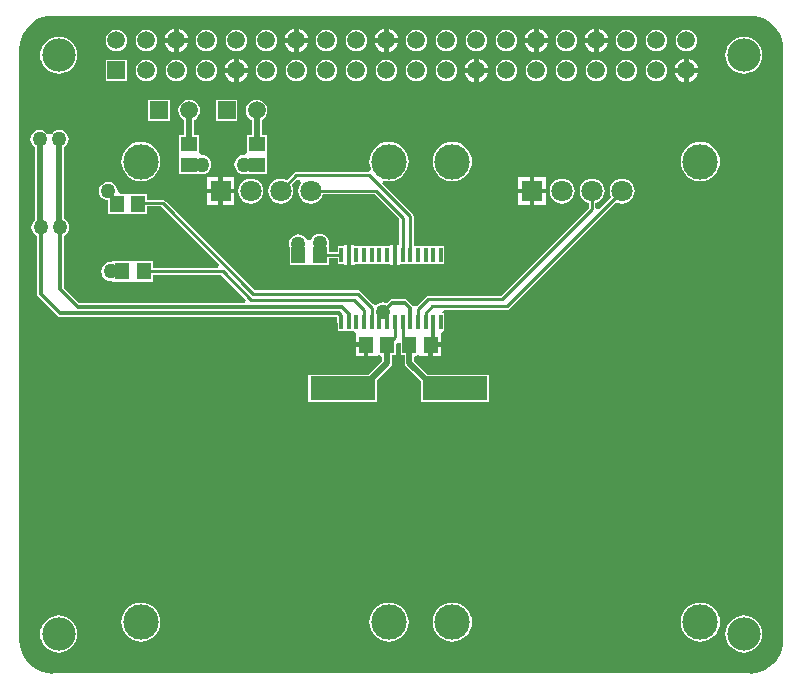
<source format=gbl>
G04 Layer_Physical_Order=2*
G04 Layer_Color=16711680*
%FSLAX25Y25*%
%MOIN*%
G70*
G01*
G75*
%ADD10R,0.05512X0.04724*%
%ADD15C,0.02000*%
%ADD16C,0.05906*%
%ADD17R,0.05906X0.05906*%
%ADD18C,0.07087*%
%ADD19R,0.07087X0.07087*%
%ADD20C,0.11811*%
%ADD21C,0.11100*%
%ADD22C,0.05000*%
%ADD23R,0.04724X0.05512*%
%ADD24R,0.21654X0.07874*%
%ADD25R,0.01181X0.04724*%
%ADD26C,0.01000*%
%ADD27C,0.01200*%
G36*
X232107Y13046D02*
X233822Y12635D01*
X235451Y11960D01*
X236954Y11039D01*
X238294Y9894D01*
X239439Y8554D01*
X240360Y7051D01*
X241035Y5422D01*
X241446Y3708D01*
X241576Y2061D01*
X241551Y2000D01*
Y-194800D01*
X241579Y-194869D01*
X241446Y-196565D01*
X241033Y-198287D01*
X240355Y-199923D01*
X239430Y-201433D01*
X238280Y-202780D01*
X236933Y-203930D01*
X235423Y-204855D01*
X233787Y-205533D01*
X232065Y-205946D01*
X230369Y-206079D01*
X230300Y-206051D01*
X-1900D01*
X-1969Y-206079D01*
X-3665Y-205946D01*
X-5387Y-205533D01*
X-7023Y-204855D01*
X-8533Y-203930D01*
X-9880Y-202780D01*
X-11030Y-201433D01*
X-11955Y-199923D01*
X-12632Y-198287D01*
X-13046Y-196565D01*
X-13179Y-194869D01*
X-13151Y-194800D01*
Y2000D01*
X-13176Y2061D01*
X-13046Y3708D01*
X-12635Y5422D01*
X-11960Y7051D01*
X-11039Y8554D01*
X-9894Y9894D01*
X-8554Y11039D01*
X-7051Y11960D01*
X-5422Y12635D01*
X-3708Y13046D01*
X-1977Y13183D01*
X-1900Y13151D01*
X230300D01*
X230377Y13183D01*
X232107Y13046D01*
D02*
G37*
%LPC*%
G36*
X138450Y-5750D02*
X135312D01*
X135349Y-6032D01*
X135747Y-6993D01*
X136381Y-7819D01*
X137207Y-8453D01*
X138168Y-8851D01*
X138450Y-8888D01*
Y-5750D01*
D02*
G37*
G36*
X63088D02*
X59950D01*
Y-8888D01*
X60232Y-8851D01*
X61193Y-8453D01*
X62019Y-7819D01*
X62653Y-6993D01*
X63051Y-6032D01*
X63088Y-5750D01*
D02*
G37*
G36*
X143088D02*
X139950D01*
Y-8888D01*
X140232Y-8851D01*
X141193Y-8453D01*
X142019Y-7819D01*
X142653Y-6993D01*
X143051Y-6032D01*
X143088Y-5750D01*
D02*
G37*
G36*
X213088D02*
X209950D01*
Y-8888D01*
X210232Y-8851D01*
X211193Y-8453D01*
X212019Y-7819D01*
X212653Y-6993D01*
X213051Y-6032D01*
X213088Y-5750D01*
D02*
G37*
G36*
X208450D02*
X205312D01*
X205349Y-6032D01*
X205747Y-6993D01*
X206381Y-7819D01*
X207207Y-8453D01*
X208168Y-8851D01*
X208450Y-8888D01*
Y-5750D01*
D02*
G37*
G36*
X58450D02*
X55312D01*
X55349Y-6032D01*
X55747Y-6993D01*
X56381Y-7819D01*
X57207Y-8453D01*
X58168Y-8851D01*
X58450Y-8888D01*
Y-5750D01*
D02*
G37*
G36*
X66000Y-14736D02*
X65073Y-14858D01*
X64208Y-15216D01*
X63466Y-15785D01*
X62897Y-16527D01*
X62539Y-17391D01*
X62417Y-18319D01*
X62539Y-19246D01*
X62897Y-20111D01*
X63466Y-20853D01*
X64208Y-21422D01*
X64369Y-21489D01*
Y-26495D01*
X62644D01*
Y-32187D01*
X61861Y-33294D01*
X61700Y-33273D01*
X60891Y-33380D01*
X60137Y-33692D01*
X59489Y-34189D01*
X58992Y-34837D01*
X58680Y-35591D01*
X58573Y-36400D01*
X58680Y-37209D01*
X58992Y-37963D01*
X59489Y-38611D01*
X60137Y-39108D01*
X60891Y-39420D01*
X61700Y-39527D01*
X62644Y-39505D01*
X62644Y-39505D01*
X69356D01*
Y-33619D01*
X69356Y-33581D01*
Y-32419D01*
X69356Y-32381D01*
Y-26495D01*
X67631D01*
Y-21489D01*
X67792Y-21422D01*
X68534Y-20853D01*
X69103Y-20111D01*
X69461Y-19246D01*
X69583Y-18319D01*
X69461Y-17391D01*
X69103Y-16527D01*
X68534Y-15785D01*
X67792Y-15216D01*
X66927Y-14858D01*
X66000Y-14736D01*
D02*
G37*
G36*
X110083Y-28868D02*
X108807Y-28994D01*
X107581Y-29366D01*
X106451Y-29970D01*
X105460Y-30783D01*
X104647Y-31774D01*
X104043Y-32904D01*
X103671Y-34130D01*
X103546Y-35405D01*
X103671Y-36681D01*
X103997Y-37754D01*
X103810Y-38176D01*
X103202Y-38878D01*
X79248D01*
X79248Y-38878D01*
X78819Y-38964D01*
X78455Y-39207D01*
X78455Y-39207D01*
X76050Y-41612D01*
X75082Y-41211D01*
X74000Y-41069D01*
X72918Y-41211D01*
X71911Y-41629D01*
X71045Y-42293D01*
X70381Y-43159D01*
X69963Y-44166D01*
X69821Y-45248D01*
X69963Y-46330D01*
X70381Y-47337D01*
X71045Y-48203D01*
X71911Y-48867D01*
X72918Y-49285D01*
X74000Y-49427D01*
X75082Y-49285D01*
X76090Y-48867D01*
X76955Y-48203D01*
X77619Y-47337D01*
X78037Y-46330D01*
X78179Y-45248D01*
X78037Y-44166D01*
X77636Y-43198D01*
X79484Y-41350D01*
X80304Y-41457D01*
X80764Y-42659D01*
X80381Y-43159D01*
X79963Y-44166D01*
X79821Y-45248D01*
X79963Y-46330D01*
X80381Y-47337D01*
X81045Y-48203D01*
X81911Y-48867D01*
X82918Y-49285D01*
X84000Y-49427D01*
X85082Y-49285D01*
X86089Y-48867D01*
X86955Y-48203D01*
X87619Y-47337D01*
X88020Y-46370D01*
X105283D01*
X113497Y-54583D01*
Y-63197D01*
X112809D01*
Y-66559D01*
Y-69921D01*
X113650D01*
Y-69521D01*
X115809D01*
Y-69521D01*
X115987D01*
X115987Y-69521D01*
X118368Y-69521D01*
X119568Y-69521D01*
X120927Y-69521D01*
X122127Y-69521D01*
X123486Y-69521D01*
X124686Y-69521D01*
X126045Y-69521D01*
X127245Y-69521D01*
X128604D01*
Y-63597D01*
X126223Y-63597D01*
X125023Y-63597D01*
X123664Y-63597D01*
X122464Y-63597D01*
X121105Y-63597D01*
X119905Y-63597D01*
X118546Y-63597D01*
X118299Y-62499D01*
Y-53677D01*
X118213Y-53248D01*
X117970Y-52884D01*
X117970Y-52884D01*
X107874Y-42788D01*
X108510Y-41727D01*
X108807Y-41817D01*
X110083Y-41943D01*
X111358Y-41817D01*
X112584Y-41445D01*
X113714Y-40841D01*
X114705Y-40028D01*
X115518Y-39037D01*
X116122Y-37907D01*
X116494Y-36681D01*
X116620Y-35405D01*
X116494Y-34130D01*
X116122Y-32904D01*
X115518Y-31774D01*
X114705Y-30783D01*
X113714Y-29970D01*
X112584Y-29366D01*
X111358Y-28994D01*
X110083Y-28868D01*
D02*
G37*
G36*
X175Y-24826D02*
X-635Y-24933D01*
X-1389Y-25245D01*
X-2036Y-25742D01*
X-2377Y-26186D01*
X-3062Y-26301D01*
X-3748Y-26186D01*
X-4088Y-25742D01*
X-4736Y-25245D01*
X-5490Y-24933D01*
X-6299Y-24826D01*
X-7108Y-24933D01*
X-7863Y-25245D01*
X-8510Y-25742D01*
X-9007Y-26389D01*
X-9319Y-27143D01*
X-9426Y-27953D01*
X-9319Y-28762D01*
X-9007Y-29516D01*
X-8510Y-30164D01*
X-7931Y-30608D01*
Y-54891D01*
X-8203Y-55100D01*
X-8700Y-55748D01*
X-9012Y-56502D01*
X-9119Y-57311D01*
X-9012Y-58120D01*
X-8700Y-58874D01*
X-8203Y-59522D01*
X-7555Y-60019D01*
X-7216Y-60160D01*
Y-79441D01*
X-7123Y-79909D01*
X-6857Y-80306D01*
X-298Y-86865D01*
X99Y-87130D01*
X567Y-87224D01*
X92793D01*
X92898Y-87329D01*
Y-88976D01*
X92955Y-89261D01*
Y-91962D01*
X95336D01*
X95336Y-91962D01*
X95514D01*
X95514Y-91962D01*
X98172Y-91962D01*
X99074Y-92683D01*
X99074Y-93162D01*
Y-95689D01*
X102436D01*
Y-96439D01*
X103186D01*
Y-100195D01*
X105526D01*
X105798Y-100195D01*
X106692Y-99849D01*
X107357Y-100108D01*
X107889Y-100641D01*
Y-101842D01*
X103330Y-106402D01*
X83252D01*
Y-115476D01*
X106105D01*
Y-108240D01*
X110676Y-103669D01*
X111030Y-103140D01*
X111154Y-102516D01*
Y-99795D01*
X112485D01*
Y-96258D01*
X113685Y-95716D01*
X113974Y-95971D01*
Y-99795D01*
X115305D01*
Y-102516D01*
X115429Y-103140D01*
X115783Y-103669D01*
X120653Y-108540D01*
Y-115476D01*
X143507D01*
Y-106402D01*
X123129D01*
X118570Y-101842D01*
Y-100641D01*
X119102Y-100108D01*
X119768Y-99849D01*
X120661Y-100195D01*
X120933Y-100195D01*
X123273D01*
Y-96439D01*
X124023D01*
Y-95689D01*
X127385D01*
Y-92683D01*
X128287Y-91962D01*
X128604D01*
Y-86038D01*
X127768D01*
X127761Y-86022D01*
X128575Y-84822D01*
X149348D01*
X149348Y-84822D01*
X149777Y-84736D01*
X150141Y-84493D01*
X185750Y-48884D01*
X186718Y-49285D01*
X187800Y-49427D01*
X188882Y-49285D01*
X189890Y-48867D01*
X190755Y-48203D01*
X191419Y-47337D01*
X191837Y-46330D01*
X191979Y-45248D01*
X191837Y-44166D01*
X191419Y-43159D01*
X190755Y-42293D01*
X189890Y-41629D01*
X188882Y-41211D01*
X187800Y-41069D01*
X186718Y-41211D01*
X185711Y-41629D01*
X184845Y-42293D01*
X184181Y-43159D01*
X183763Y-44166D01*
X183621Y-45248D01*
X183763Y-46330D01*
X184164Y-47298D01*
X180087Y-51375D01*
X179833Y-51337D01*
X178922Y-50843D01*
Y-49268D01*
X179890Y-48867D01*
X180755Y-48203D01*
X181419Y-47337D01*
X181837Y-46330D01*
X181979Y-45248D01*
X181837Y-44166D01*
X181419Y-43159D01*
X180755Y-42293D01*
X179890Y-41629D01*
X178882Y-41211D01*
X177800Y-41069D01*
X176718Y-41211D01*
X175710Y-41629D01*
X174845Y-42293D01*
X174181Y-43159D01*
X173763Y-44166D01*
X173621Y-45248D01*
X173763Y-46330D01*
X174181Y-47337D01*
X174845Y-48203D01*
X175710Y-48867D01*
X176678Y-49268D01*
Y-50735D01*
X147335Y-80078D01*
X123200D01*
X123200Y-80078D01*
X122771Y-80164D01*
X122407Y-80407D01*
X122407Y-80407D01*
X119348Y-83466D01*
X119109Y-83528D01*
X118237Y-83525D01*
X117856Y-83338D01*
X116153Y-81635D01*
X115756Y-81370D01*
X115288Y-81277D01*
X111193D01*
X110725Y-81370D01*
X110328Y-81635D01*
X109417Y-82546D01*
X109077Y-82405D01*
X108268Y-82298D01*
X107458Y-82405D01*
X106704Y-82717D01*
X106378Y-82967D01*
X105770Y-83149D01*
X104770Y-82921D01*
X100456Y-78607D01*
X100092Y-78364D01*
X99663Y-78278D01*
X99663Y-78278D01*
X65298D01*
X35439Y-48419D01*
X35075Y-48176D01*
X34646Y-48091D01*
X34646Y-48091D01*
X29340D01*
Y-46250D01*
X23454D01*
X23416Y-46250D01*
X22254D01*
X22216Y-46250D01*
X20740D01*
X19662Y-45276D01*
X19556Y-44466D01*
X19243Y-43712D01*
X18746Y-43065D01*
X18099Y-42568D01*
X17345Y-42255D01*
X16535Y-42149D01*
X15726Y-42255D01*
X14972Y-42568D01*
X14324Y-43065D01*
X13828Y-43712D01*
X13515Y-44466D01*
X13409Y-45276D01*
X13515Y-46085D01*
X13828Y-46839D01*
X14324Y-47486D01*
X14972Y-47983D01*
X15726Y-48296D01*
X16329Y-48375D01*
Y-52962D01*
X22216D01*
X22254Y-52962D01*
X23416D01*
X23454Y-52962D01*
X29340D01*
Y-50334D01*
X34181D01*
X53573Y-69726D01*
X53076Y-70926D01*
X31309D01*
Y-68691D01*
X25422D01*
X25384Y-68691D01*
X24222D01*
X24184Y-68691D01*
X18298D01*
X18298Y-68691D01*
Y-68691D01*
X17199Y-68937D01*
X16514Y-69027D01*
X15759Y-69339D01*
X15112Y-69836D01*
X14615Y-70484D01*
X14303Y-71238D01*
X14196Y-72047D01*
X14303Y-72856D01*
X14615Y-73611D01*
X15112Y-74258D01*
X15759Y-74755D01*
X16514Y-75067D01*
X17199Y-75158D01*
X18298Y-75403D01*
Y-75403D01*
X18298Y-75403D01*
X24184D01*
X24222Y-75403D01*
X25384D01*
X25422Y-75403D01*
X31309D01*
Y-73169D01*
X54260D01*
X62526Y-81435D01*
X62029Y-82635D01*
X6806D01*
X1705Y-77534D01*
Y-60160D01*
X2045Y-60019D01*
X2693Y-59522D01*
X3190Y-58874D01*
X3502Y-58120D01*
X3608Y-57311D01*
X3502Y-56502D01*
X3190Y-55748D01*
X2693Y-55100D01*
X2045Y-54603D01*
X1806Y-54504D01*
Y-30608D01*
X2386Y-30164D01*
X2882Y-29516D01*
X3195Y-28762D01*
X3301Y-27953D01*
X3195Y-27143D01*
X2882Y-26389D01*
X2386Y-25742D01*
X1738Y-25245D01*
X984Y-24933D01*
X175Y-24826D01*
D02*
G37*
G36*
X59553Y-14766D02*
X52447D01*
Y-21872D01*
X59553D01*
Y-14766D01*
D02*
G37*
G36*
X37053D02*
X29947D01*
Y-21872D01*
X37053D01*
Y-14766D01*
D02*
G37*
G36*
X29200Y-1417D02*
X28273Y-1539D01*
X27408Y-1897D01*
X26666Y-2466D01*
X26097Y-3208D01*
X25739Y-4073D01*
X25617Y-5000D01*
X25739Y-5928D01*
X26097Y-6792D01*
X26666Y-7534D01*
X27408Y-8103D01*
X28273Y-8461D01*
X29200Y-8583D01*
X30127Y-8461D01*
X30992Y-8103D01*
X31734Y-7534D01*
X32303Y-6792D01*
X32661Y-5928D01*
X32783Y-5000D01*
X32661Y-4073D01*
X32303Y-3208D01*
X31734Y-2466D01*
X30992Y-1897D01*
X30127Y-1539D01*
X29200Y-1417D01*
D02*
G37*
G36*
X119200D02*
X118273Y-1539D01*
X117408Y-1897D01*
X116666Y-2466D01*
X116097Y-3208D01*
X115739Y-4073D01*
X115617Y-5000D01*
X115739Y-5928D01*
X116097Y-6792D01*
X116666Y-7534D01*
X117408Y-8103D01*
X118273Y-8461D01*
X119200Y-8583D01*
X120127Y-8461D01*
X120992Y-8103D01*
X121734Y-7534D01*
X122303Y-6792D01*
X122661Y-5928D01*
X122783Y-5000D01*
X122661Y-4073D01*
X122303Y-3208D01*
X121734Y-2466D01*
X120992Y-1897D01*
X120127Y-1539D01*
X119200Y-1417D01*
D02*
G37*
G36*
X109200D02*
X108273Y-1539D01*
X107408Y-1897D01*
X106666Y-2466D01*
X106097Y-3208D01*
X105739Y-4073D01*
X105617Y-5000D01*
X105739Y-5928D01*
X106097Y-6792D01*
X106666Y-7534D01*
X107408Y-8103D01*
X108273Y-8461D01*
X109200Y-8583D01*
X110127Y-8461D01*
X110992Y-8103D01*
X111734Y-7534D01*
X112303Y-6792D01*
X112661Y-5928D01*
X112783Y-5000D01*
X112661Y-4073D01*
X112303Y-3208D01*
X111734Y-2466D01*
X110992Y-1897D01*
X110127Y-1539D01*
X109200Y-1417D01*
D02*
G37*
G36*
X129200D02*
X128273Y-1539D01*
X127408Y-1897D01*
X126666Y-2466D01*
X126097Y-3208D01*
X125739Y-4073D01*
X125617Y-5000D01*
X125739Y-5928D01*
X126097Y-6792D01*
X126666Y-7534D01*
X127408Y-8103D01*
X128273Y-8461D01*
X129200Y-8583D01*
X130127Y-8461D01*
X130992Y-8103D01*
X131734Y-7534D01*
X132303Y-6792D01*
X132661Y-5928D01*
X132783Y-5000D01*
X132661Y-4073D01*
X132303Y-3208D01*
X131734Y-2466D01*
X130992Y-1897D01*
X130127Y-1539D01*
X129200Y-1417D01*
D02*
G37*
G36*
X159200D02*
X158273Y-1539D01*
X157408Y-1897D01*
X156666Y-2466D01*
X156097Y-3208D01*
X155739Y-4073D01*
X155617Y-5000D01*
X155739Y-5928D01*
X156097Y-6792D01*
X156666Y-7534D01*
X157408Y-8103D01*
X158273Y-8461D01*
X159200Y-8583D01*
X160127Y-8461D01*
X160992Y-8103D01*
X161734Y-7534D01*
X162303Y-6792D01*
X162661Y-5928D01*
X162783Y-5000D01*
X162661Y-4073D01*
X162303Y-3208D01*
X161734Y-2466D01*
X160992Y-1897D01*
X160127Y-1539D01*
X159200Y-1417D01*
D02*
G37*
G36*
X149200D02*
X148273Y-1539D01*
X147408Y-1897D01*
X146666Y-2466D01*
X146097Y-3208D01*
X145739Y-4073D01*
X145617Y-5000D01*
X145739Y-5928D01*
X146097Y-6792D01*
X146666Y-7534D01*
X147408Y-8103D01*
X148273Y-8461D01*
X149200Y-8583D01*
X150127Y-8461D01*
X150992Y-8103D01*
X151734Y-7534D01*
X152303Y-6792D01*
X152661Y-5928D01*
X152783Y-5000D01*
X152661Y-4073D01*
X152303Y-3208D01*
X151734Y-2466D01*
X150992Y-1897D01*
X150127Y-1539D01*
X149200Y-1417D01*
D02*
G37*
G36*
X99200D02*
X98273Y-1539D01*
X97408Y-1897D01*
X96666Y-2466D01*
X96097Y-3208D01*
X95739Y-4073D01*
X95617Y-5000D01*
X95739Y-5928D01*
X96097Y-6792D01*
X96666Y-7534D01*
X97408Y-8103D01*
X98273Y-8461D01*
X99200Y-8583D01*
X100127Y-8461D01*
X100992Y-8103D01*
X101734Y-7534D01*
X102303Y-6792D01*
X102661Y-5928D01*
X102783Y-5000D01*
X102661Y-4073D01*
X102303Y-3208D01*
X101734Y-2466D01*
X100992Y-1897D01*
X100127Y-1539D01*
X99200Y-1417D01*
D02*
G37*
G36*
X49200D02*
X48273Y-1539D01*
X47408Y-1897D01*
X46666Y-2466D01*
X46097Y-3208D01*
X45739Y-4073D01*
X45617Y-5000D01*
X45739Y-5928D01*
X46097Y-6792D01*
X46666Y-7534D01*
X47408Y-8103D01*
X48273Y-8461D01*
X49200Y-8583D01*
X50127Y-8461D01*
X50992Y-8103D01*
X51734Y-7534D01*
X52303Y-6792D01*
X52661Y-5928D01*
X52783Y-5000D01*
X52661Y-4073D01*
X52303Y-3208D01*
X51734Y-2466D01*
X50992Y-1897D01*
X50127Y-1539D01*
X49200Y-1417D01*
D02*
G37*
G36*
X39200D02*
X38273Y-1539D01*
X37408Y-1897D01*
X36666Y-2466D01*
X36097Y-3208D01*
X35739Y-4073D01*
X35617Y-5000D01*
X35739Y-5928D01*
X36097Y-6792D01*
X36666Y-7534D01*
X37408Y-8103D01*
X38273Y-8461D01*
X39200Y-8583D01*
X40127Y-8461D01*
X40992Y-8103D01*
X41734Y-7534D01*
X42303Y-6792D01*
X42661Y-5928D01*
X42783Y-5000D01*
X42661Y-4073D01*
X42303Y-3208D01*
X41734Y-2466D01*
X40992Y-1897D01*
X40127Y-1539D01*
X39200Y-1417D01*
D02*
G37*
G36*
X69200D02*
X68273Y-1539D01*
X67408Y-1897D01*
X66666Y-2466D01*
X66097Y-3208D01*
X65739Y-4073D01*
X65617Y-5000D01*
X65739Y-5928D01*
X66097Y-6792D01*
X66666Y-7534D01*
X67408Y-8103D01*
X68273Y-8461D01*
X69200Y-8583D01*
X70127Y-8461D01*
X70992Y-8103D01*
X71734Y-7534D01*
X72303Y-6792D01*
X72661Y-5928D01*
X72783Y-5000D01*
X72661Y-4073D01*
X72303Y-3208D01*
X71734Y-2466D01*
X70992Y-1897D01*
X70127Y-1539D01*
X69200Y-1417D01*
D02*
G37*
G36*
X89200D02*
X88273Y-1539D01*
X87408Y-1897D01*
X86666Y-2466D01*
X86097Y-3208D01*
X85739Y-4073D01*
X85617Y-5000D01*
X85739Y-5928D01*
X86097Y-6792D01*
X86666Y-7534D01*
X87408Y-8103D01*
X88273Y-8461D01*
X89200Y-8583D01*
X90127Y-8461D01*
X90992Y-8103D01*
X91734Y-7534D01*
X92303Y-6792D01*
X92661Y-5928D01*
X92783Y-5000D01*
X92661Y-4073D01*
X92303Y-3208D01*
X91734Y-2466D01*
X90992Y-1897D01*
X90127Y-1539D01*
X89200Y-1417D01*
D02*
G37*
G36*
X79200D02*
X78273Y-1539D01*
X77408Y-1897D01*
X76666Y-2466D01*
X76097Y-3208D01*
X75739Y-4073D01*
X75617Y-5000D01*
X75739Y-5928D01*
X76097Y-6792D01*
X76666Y-7534D01*
X77408Y-8103D01*
X78273Y-8461D01*
X79200Y-8583D01*
X80127Y-8461D01*
X80992Y-8103D01*
X81734Y-7534D01*
X82303Y-6792D01*
X82661Y-5928D01*
X82783Y-5000D01*
X82661Y-4073D01*
X82303Y-3208D01*
X81734Y-2466D01*
X80992Y-1897D01*
X80127Y-1539D01*
X79200Y-1417D01*
D02*
G37*
G36*
X43500Y-14736D02*
X42573Y-14858D01*
X41708Y-15216D01*
X40966Y-15785D01*
X40397Y-16527D01*
X40039Y-17391D01*
X39917Y-18319D01*
X40039Y-19246D01*
X40397Y-20111D01*
X40966Y-20853D01*
X41708Y-21422D01*
X41869Y-21489D01*
Y-26495D01*
X40144D01*
Y-32381D01*
X40144Y-32419D01*
Y-33581D01*
X40144Y-33619D01*
Y-39505D01*
X46856D01*
X46856Y-39505D01*
X47800Y-39527D01*
X48051Y-39494D01*
X48609Y-39420D01*
X49363Y-39108D01*
X50011Y-38611D01*
X50508Y-37963D01*
X50820Y-37209D01*
X50927Y-36400D01*
X50820Y-35591D01*
X50508Y-34837D01*
X50011Y-34189D01*
X49363Y-33692D01*
X48609Y-33380D01*
X47800Y-33273D01*
X47639Y-33294D01*
X46856Y-32187D01*
Y-26495D01*
X45131D01*
Y-21489D01*
X45292Y-21422D01*
X46034Y-20853D01*
X46603Y-20111D01*
X46961Y-19246D01*
X47083Y-18319D01*
X46961Y-17391D01*
X46603Y-16527D01*
X46034Y-15785D01*
X45292Y-15216D01*
X44427Y-14858D01*
X43500Y-14736D01*
D02*
G37*
G36*
X127385Y-97189D02*
X124773D01*
Y-100195D01*
X127385D01*
Y-97189D01*
D02*
G37*
G36*
X101686D02*
X99074D01*
Y-100195D01*
X101686D01*
Y-97189D01*
D02*
G37*
G36*
X110468Y-63197D02*
X110069Y-63597D01*
X108309Y-63597D01*
X107109Y-63597D01*
X105750Y-63597D01*
X104550Y-63597D01*
X103191Y-63597D01*
X101991Y-63597D01*
X100632Y-63597D01*
X99495Y-63597D01*
X98295Y-63445D01*
Y-63197D01*
X97455D01*
Y-66559D01*
Y-69921D01*
X98295D01*
Y-69921D01*
X98695Y-69521D01*
X100454Y-69521D01*
X101654Y-69521D01*
X103013Y-69521D01*
X104213Y-69521D01*
X105572Y-69521D01*
X106772Y-69521D01*
X108132Y-69521D01*
X109268Y-69521D01*
X110468Y-69673D01*
Y-69921D01*
X111309D01*
Y-66559D01*
Y-63197D01*
X110468D01*
Y-63197D01*
D02*
G37*
G36*
X53250Y-45998D02*
X49457D01*
Y-49791D01*
X53250D01*
Y-45998D01*
D02*
G37*
G36*
X87008Y-59472D02*
X86199Y-59578D01*
X85444Y-59891D01*
X84797Y-60387D01*
X84300Y-61035D01*
X84050Y-61638D01*
X83513Y-61729D01*
X82797Y-61638D01*
X82629Y-61232D01*
X82132Y-60584D01*
X81485Y-60088D01*
X80730Y-59775D01*
X79921Y-59668D01*
X79112Y-59775D01*
X78358Y-60088D01*
X77710Y-60584D01*
X77213Y-61232D01*
X76901Y-61986D01*
X76794Y-62795D01*
X76901Y-63604D01*
X76959Y-63745D01*
Y-69891D01*
X82846D01*
X82884Y-69891D01*
X84046D01*
X84083Y-69891D01*
X89970D01*
Y-67681D01*
X92955D01*
Y-69521D01*
X95114D01*
Y-69921D01*
X95955D01*
Y-66559D01*
Y-63197D01*
X95114D01*
Y-63597D01*
X92955D01*
Y-65438D01*
X89970D01*
Y-63548D01*
X90028Y-63408D01*
X90135Y-62598D01*
X90028Y-61789D01*
X89716Y-61035D01*
X89219Y-60387D01*
X88571Y-59891D01*
X87817Y-59578D01*
X87008Y-59472D01*
D02*
G37*
G36*
X213883Y-182412D02*
X212607Y-182537D01*
X211381Y-182909D01*
X210251Y-183513D01*
X209260Y-184327D01*
X208447Y-185317D01*
X207843Y-186447D01*
X207471Y-187673D01*
X207346Y-188949D01*
X207471Y-190224D01*
X207843Y-191450D01*
X208447Y-192581D01*
X209260Y-193571D01*
X210251Y-194384D01*
X211381Y-194988D01*
X212607Y-195360D01*
X213883Y-195486D01*
X215158Y-195360D01*
X216384Y-194988D01*
X217514Y-194384D01*
X218505Y-193571D01*
X219318Y-192581D01*
X219922Y-191450D01*
X220294Y-190224D01*
X220420Y-188949D01*
X220294Y-187673D01*
X219922Y-186447D01*
X219318Y-185317D01*
X218505Y-184327D01*
X217514Y-183513D01*
X216384Y-182909D01*
X215158Y-182537D01*
X213883Y-182412D01*
D02*
G37*
G36*
X228400Y-186720D02*
X227194Y-186839D01*
X226035Y-187191D01*
X224967Y-187762D01*
X224030Y-188530D01*
X223262Y-189467D01*
X222691Y-190535D01*
X222339Y-191694D01*
X222220Y-192900D01*
X222339Y-194106D01*
X222691Y-195265D01*
X223262Y-196333D01*
X224030Y-197270D01*
X224967Y-198038D01*
X226035Y-198609D01*
X227194Y-198961D01*
X228400Y-199080D01*
X229606Y-198961D01*
X230765Y-198609D01*
X231833Y-198038D01*
X232770Y-197270D01*
X233538Y-196333D01*
X234109Y-195265D01*
X234461Y-194106D01*
X234580Y-192900D01*
X234461Y-191694D01*
X234109Y-190535D01*
X233538Y-189467D01*
X232770Y-188530D01*
X231833Y-187762D01*
X230765Y-187191D01*
X229606Y-186839D01*
X228400Y-186720D01*
D02*
G37*
G36*
X0D02*
X-1206Y-186839D01*
X-2365Y-187191D01*
X-3433Y-187762D01*
X-4370Y-188530D01*
X-5138Y-189467D01*
X-5709Y-190535D01*
X-6061Y-191694D01*
X-6180Y-192900D01*
X-6061Y-194106D01*
X-5709Y-195265D01*
X-5138Y-196333D01*
X-4370Y-197270D01*
X-3433Y-198038D01*
X-2365Y-198609D01*
X-1206Y-198961D01*
X0Y-199080D01*
X1206Y-198961D01*
X2365Y-198609D01*
X3433Y-198038D01*
X4370Y-197270D01*
X5138Y-196333D01*
X5709Y-195265D01*
X6061Y-194106D01*
X6180Y-192900D01*
X6061Y-191694D01*
X5709Y-190535D01*
X5138Y-189467D01*
X4370Y-188530D01*
X3433Y-187762D01*
X2365Y-187191D01*
X1206Y-186839D01*
X0Y-186720D01*
D02*
G37*
G36*
X27406Y-182412D02*
X26130Y-182537D01*
X24904Y-182909D01*
X23774Y-183513D01*
X22783Y-184327D01*
X21970Y-185317D01*
X21366Y-186447D01*
X20994Y-187673D01*
X20868Y-188949D01*
X20994Y-190224D01*
X21366Y-191450D01*
X21970Y-192581D01*
X22783Y-193571D01*
X23774Y-194384D01*
X24904Y-194988D01*
X26130Y-195360D01*
X27406Y-195486D01*
X28681Y-195360D01*
X29907Y-194988D01*
X31037Y-194384D01*
X32028Y-193571D01*
X32841Y-192581D01*
X33445Y-191450D01*
X33817Y-190224D01*
X33942Y-188949D01*
X33817Y-187673D01*
X33445Y-186447D01*
X32841Y-185317D01*
X32028Y-184327D01*
X31037Y-183513D01*
X29907Y-182909D01*
X28681Y-182537D01*
X27406Y-182412D01*
D02*
G37*
G36*
X131205D02*
X129930Y-182537D01*
X128704Y-182909D01*
X127574Y-183513D01*
X126583Y-184327D01*
X125770Y-185317D01*
X125166Y-186447D01*
X124794Y-187673D01*
X124669Y-188949D01*
X124794Y-190224D01*
X125166Y-191450D01*
X125770Y-192581D01*
X126583Y-193571D01*
X127574Y-194384D01*
X128704Y-194988D01*
X129930Y-195360D01*
X131205Y-195486D01*
X132481Y-195360D01*
X133707Y-194988D01*
X134837Y-194384D01*
X135828Y-193571D01*
X136641Y-192581D01*
X137245Y-191450D01*
X137617Y-190224D01*
X137742Y-188949D01*
X137617Y-187673D01*
X137245Y-186447D01*
X136641Y-185317D01*
X135828Y-184327D01*
X134837Y-183513D01*
X133707Y-182909D01*
X132481Y-182537D01*
X131205Y-182412D01*
D02*
G37*
G36*
X110083D02*
X108807Y-182537D01*
X107581Y-182909D01*
X106451Y-183513D01*
X105460Y-184327D01*
X104647Y-185317D01*
X104043Y-186447D01*
X103671Y-187673D01*
X103546Y-188949D01*
X103671Y-190224D01*
X104043Y-191450D01*
X104647Y-192581D01*
X105460Y-193571D01*
X106451Y-194384D01*
X107581Y-194988D01*
X108807Y-195360D01*
X110083Y-195486D01*
X111358Y-195360D01*
X112584Y-194988D01*
X113714Y-194384D01*
X114705Y-193571D01*
X115518Y-192581D01*
X116122Y-191450D01*
X116494Y-190224D01*
X116620Y-188949D01*
X116494Y-187673D01*
X116122Y-186447D01*
X115518Y-185317D01*
X114705Y-184327D01*
X113714Y-183513D01*
X112584Y-182909D01*
X111358Y-182537D01*
X110083Y-182412D01*
D02*
G37*
G36*
X58543Y-45998D02*
X54750D01*
Y-49791D01*
X58543D01*
Y-45998D01*
D02*
G37*
G36*
X162343Y-40705D02*
X158550D01*
Y-44498D01*
X162343D01*
Y-40705D01*
D02*
G37*
G36*
X157050D02*
X153257D01*
Y-44498D01*
X157050D01*
Y-40705D01*
D02*
G37*
G36*
X27406Y-28868D02*
X26130Y-28994D01*
X24904Y-29366D01*
X23774Y-29970D01*
X22783Y-30783D01*
X21970Y-31774D01*
X21366Y-32904D01*
X20994Y-34130D01*
X20868Y-35405D01*
X20994Y-36681D01*
X21366Y-37907D01*
X21970Y-39037D01*
X22783Y-40028D01*
X23774Y-40841D01*
X24904Y-41445D01*
X26130Y-41817D01*
X27406Y-41943D01*
X28681Y-41817D01*
X29907Y-41445D01*
X31037Y-40841D01*
X32028Y-40028D01*
X32841Y-39037D01*
X33445Y-37907D01*
X33817Y-36681D01*
X33942Y-35405D01*
X33817Y-34130D01*
X33445Y-32904D01*
X32841Y-31774D01*
X32028Y-30783D01*
X31037Y-29970D01*
X29907Y-29366D01*
X28681Y-28994D01*
X27406Y-28868D01*
D02*
G37*
G36*
X213883D02*
X212607Y-28994D01*
X211381Y-29366D01*
X210251Y-29970D01*
X209260Y-30783D01*
X208447Y-31774D01*
X207843Y-32904D01*
X207471Y-34130D01*
X207346Y-35405D01*
X207471Y-36681D01*
X207843Y-37907D01*
X208447Y-39037D01*
X209260Y-40028D01*
X210251Y-40841D01*
X211381Y-41445D01*
X212607Y-41817D01*
X213883Y-41943D01*
X215158Y-41817D01*
X216384Y-41445D01*
X217514Y-40841D01*
X218505Y-40028D01*
X219318Y-39037D01*
X219922Y-37907D01*
X220294Y-36681D01*
X220420Y-35405D01*
X220294Y-34130D01*
X219922Y-32904D01*
X219318Y-31774D01*
X218505Y-30783D01*
X217514Y-29970D01*
X216384Y-29366D01*
X215158Y-28994D01*
X213883Y-28868D01*
D02*
G37*
G36*
X131205D02*
X129930Y-28994D01*
X128704Y-29366D01*
X127574Y-29970D01*
X126583Y-30783D01*
X125770Y-31774D01*
X125166Y-32904D01*
X124794Y-34130D01*
X124669Y-35405D01*
X124794Y-36681D01*
X125166Y-37907D01*
X125770Y-39037D01*
X126583Y-40028D01*
X127574Y-40841D01*
X128704Y-41445D01*
X129930Y-41817D01*
X131205Y-41943D01*
X132481Y-41817D01*
X133707Y-41445D01*
X134837Y-40841D01*
X135828Y-40028D01*
X136641Y-39037D01*
X137245Y-37907D01*
X137617Y-36681D01*
X137742Y-35405D01*
X137617Y-34130D01*
X137245Y-32904D01*
X136641Y-31774D01*
X135828Y-30783D01*
X134837Y-29970D01*
X133707Y-29366D01*
X132481Y-28994D01*
X131205Y-28868D01*
D02*
G37*
G36*
X58543Y-40705D02*
X54750D01*
Y-44498D01*
X58543D01*
Y-40705D01*
D02*
G37*
G36*
X162343Y-45998D02*
X158550D01*
Y-49791D01*
X162343D01*
Y-45998D01*
D02*
G37*
G36*
X157050D02*
X153257D01*
Y-49791D01*
X157050D01*
Y-45998D01*
D02*
G37*
G36*
X64000Y-41069D02*
X62918Y-41211D01*
X61910Y-41629D01*
X61045Y-42293D01*
X60381Y-43159D01*
X59963Y-44166D01*
X59821Y-45248D01*
X59963Y-46330D01*
X60381Y-47337D01*
X61045Y-48203D01*
X61910Y-48867D01*
X62918Y-49285D01*
X64000Y-49427D01*
X65082Y-49285D01*
X66089Y-48867D01*
X66955Y-48203D01*
X67619Y-47337D01*
X68037Y-46330D01*
X68179Y-45248D01*
X68037Y-44166D01*
X67619Y-43159D01*
X66955Y-42293D01*
X66089Y-41629D01*
X65082Y-41211D01*
X64000Y-41069D01*
D02*
G37*
G36*
X53250Y-40705D02*
X49457D01*
Y-44498D01*
X53250D01*
Y-40705D01*
D02*
G37*
G36*
X167800Y-41069D02*
X166718Y-41211D01*
X165710Y-41629D01*
X164845Y-42293D01*
X164181Y-43159D01*
X163763Y-44166D01*
X163621Y-45248D01*
X163763Y-46330D01*
X164181Y-47337D01*
X164845Y-48203D01*
X165710Y-48867D01*
X166718Y-49285D01*
X167800Y-49427D01*
X168882Y-49285D01*
X169889Y-48867D01*
X170755Y-48203D01*
X171419Y-47337D01*
X171837Y-46330D01*
X171979Y-45248D01*
X171837Y-44166D01*
X171419Y-43159D01*
X170755Y-42293D01*
X169889Y-41629D01*
X168882Y-41211D01*
X167800Y-41069D01*
D02*
G37*
G36*
X169200Y-1417D02*
X168273Y-1539D01*
X167408Y-1897D01*
X166666Y-2466D01*
X166097Y-3208D01*
X165739Y-4073D01*
X165617Y-5000D01*
X165739Y-5928D01*
X166097Y-6792D01*
X166666Y-7534D01*
X167408Y-8103D01*
X168273Y-8461D01*
X169200Y-8583D01*
X170127Y-8461D01*
X170992Y-8103D01*
X171734Y-7534D01*
X172303Y-6792D01*
X172661Y-5928D01*
X172783Y-5000D01*
X172661Y-4073D01*
X172303Y-3208D01*
X171734Y-2466D01*
X170992Y-1897D01*
X170127Y-1539D01*
X169200Y-1417D01*
D02*
G37*
G36*
X139200Y8583D02*
X138273Y8461D01*
X137408Y8103D01*
X136666Y7534D01*
X136097Y6792D01*
X135739Y5928D01*
X135617Y5000D01*
X135739Y4073D01*
X136097Y3208D01*
X136666Y2466D01*
X137408Y1897D01*
X138273Y1539D01*
X139200Y1417D01*
X140127Y1539D01*
X140992Y1897D01*
X141734Y2466D01*
X142303Y3208D01*
X142661Y4073D01*
X142783Y5000D01*
X142661Y5928D01*
X142303Y6792D01*
X141734Y7534D01*
X140992Y8103D01*
X140127Y8461D01*
X139200Y8583D01*
D02*
G37*
G36*
X129200D02*
X128273Y8461D01*
X127408Y8103D01*
X126666Y7534D01*
X126097Y6792D01*
X125739Y5928D01*
X125617Y5000D01*
X125739Y4073D01*
X126097Y3208D01*
X126666Y2466D01*
X127408Y1897D01*
X128273Y1539D01*
X129200Y1417D01*
X130127Y1539D01*
X130992Y1897D01*
X131734Y2466D01*
X132303Y3208D01*
X132661Y4073D01*
X132783Y5000D01*
X132661Y5928D01*
X132303Y6792D01*
X131734Y7534D01*
X130992Y8103D01*
X130127Y8461D01*
X129200Y8583D01*
D02*
G37*
G36*
X149200D02*
X148273Y8461D01*
X147408Y8103D01*
X146666Y7534D01*
X146097Y6792D01*
X145739Y5928D01*
X145617Y5000D01*
X145739Y4073D01*
X146097Y3208D01*
X146666Y2466D01*
X147408Y1897D01*
X148273Y1539D01*
X149200Y1417D01*
X150127Y1539D01*
X150992Y1897D01*
X151734Y2466D01*
X152303Y3208D01*
X152661Y4073D01*
X152783Y5000D01*
X152661Y5928D01*
X152303Y6792D01*
X151734Y7534D01*
X150992Y8103D01*
X150127Y8461D01*
X149200Y8583D01*
D02*
G37*
G36*
X189200D02*
X188273Y8461D01*
X187408Y8103D01*
X186666Y7534D01*
X186097Y6792D01*
X185739Y5928D01*
X185617Y5000D01*
X185739Y4073D01*
X186097Y3208D01*
X186666Y2466D01*
X187408Y1897D01*
X188273Y1539D01*
X189200Y1417D01*
X190127Y1539D01*
X190992Y1897D01*
X191734Y2466D01*
X192303Y3208D01*
X192661Y4073D01*
X192783Y5000D01*
X192661Y5928D01*
X192303Y6792D01*
X191734Y7534D01*
X190992Y8103D01*
X190127Y8461D01*
X189200Y8583D01*
D02*
G37*
G36*
X169200D02*
X168273Y8461D01*
X167408Y8103D01*
X166666Y7534D01*
X166097Y6792D01*
X165739Y5928D01*
X165617Y5000D01*
X165739Y4073D01*
X166097Y3208D01*
X166666Y2466D01*
X167408Y1897D01*
X168273Y1539D01*
X169200Y1417D01*
X170127Y1539D01*
X170992Y1897D01*
X171734Y2466D01*
X172303Y3208D01*
X172661Y4073D01*
X172783Y5000D01*
X172661Y5928D01*
X172303Y6792D01*
X171734Y7534D01*
X170992Y8103D01*
X170127Y8461D01*
X169200Y8583D01*
D02*
G37*
G36*
X119200D02*
X118273Y8461D01*
X117408Y8103D01*
X116666Y7534D01*
X116097Y6792D01*
X115739Y5928D01*
X115617Y5000D01*
X115739Y4073D01*
X116097Y3208D01*
X116666Y2466D01*
X117408Y1897D01*
X118273Y1539D01*
X119200Y1417D01*
X120127Y1539D01*
X120992Y1897D01*
X121734Y2466D01*
X122303Y3208D01*
X122661Y4073D01*
X122783Y5000D01*
X122661Y5928D01*
X122303Y6792D01*
X121734Y7534D01*
X120992Y8103D01*
X120127Y8461D01*
X119200Y8583D01*
D02*
G37*
G36*
X59200D02*
X58273Y8461D01*
X57408Y8103D01*
X56666Y7534D01*
X56097Y6792D01*
X55739Y5928D01*
X55617Y5000D01*
X55739Y4073D01*
X56097Y3208D01*
X56666Y2466D01*
X57408Y1897D01*
X58273Y1539D01*
X59200Y1417D01*
X60127Y1539D01*
X60992Y1897D01*
X61734Y2466D01*
X62303Y3208D01*
X62661Y4073D01*
X62783Y5000D01*
X62661Y5928D01*
X62303Y6792D01*
X61734Y7534D01*
X60992Y8103D01*
X60127Y8461D01*
X59200Y8583D01*
D02*
G37*
G36*
X49200D02*
X48273Y8461D01*
X47408Y8103D01*
X46666Y7534D01*
X46097Y6792D01*
X45739Y5928D01*
X45617Y5000D01*
X45739Y4073D01*
X46097Y3208D01*
X46666Y2466D01*
X47408Y1897D01*
X48273Y1539D01*
X49200Y1417D01*
X50127Y1539D01*
X50992Y1897D01*
X51734Y2466D01*
X52303Y3208D01*
X52661Y4073D01*
X52783Y5000D01*
X52661Y5928D01*
X52303Y6792D01*
X51734Y7534D01*
X50992Y8103D01*
X50127Y8461D01*
X49200Y8583D01*
D02*
G37*
G36*
X69200D02*
X68273Y8461D01*
X67408Y8103D01*
X66666Y7534D01*
X66097Y6792D01*
X65739Y5928D01*
X65617Y5000D01*
X65739Y4073D01*
X66097Y3208D01*
X66666Y2466D01*
X67408Y1897D01*
X68273Y1539D01*
X69200Y1417D01*
X70127Y1539D01*
X70992Y1897D01*
X71734Y2466D01*
X72303Y3208D01*
X72661Y4073D01*
X72783Y5000D01*
X72661Y5928D01*
X72303Y6792D01*
X71734Y7534D01*
X70992Y8103D01*
X70127Y8461D01*
X69200Y8583D01*
D02*
G37*
G36*
X99200D02*
X98273Y8461D01*
X97408Y8103D01*
X96666Y7534D01*
X96097Y6792D01*
X95739Y5928D01*
X95617Y5000D01*
X95739Y4073D01*
X96097Y3208D01*
X96666Y2466D01*
X97408Y1897D01*
X98273Y1539D01*
X99200Y1417D01*
X100127Y1539D01*
X100992Y1897D01*
X101734Y2466D01*
X102303Y3208D01*
X102661Y4073D01*
X102783Y5000D01*
X102661Y5928D01*
X102303Y6792D01*
X101734Y7534D01*
X100992Y8103D01*
X100127Y8461D01*
X99200Y8583D01*
D02*
G37*
G36*
X89200D02*
X88273Y8461D01*
X87408Y8103D01*
X86666Y7534D01*
X86097Y6792D01*
X85739Y5928D01*
X85617Y5000D01*
X85739Y4073D01*
X86097Y3208D01*
X86666Y2466D01*
X87408Y1897D01*
X88273Y1539D01*
X89200Y1417D01*
X90127Y1539D01*
X90992Y1897D01*
X91734Y2466D01*
X92303Y3208D01*
X92661Y4073D01*
X92783Y5000D01*
X92661Y5928D01*
X92303Y6792D01*
X91734Y7534D01*
X90992Y8103D01*
X90127Y8461D01*
X89200Y8583D01*
D02*
G37*
G36*
X199200D02*
X198273Y8461D01*
X197408Y8103D01*
X196666Y7534D01*
X196097Y6792D01*
X195739Y5928D01*
X195617Y5000D01*
X195739Y4073D01*
X196097Y3208D01*
X196666Y2466D01*
X197408Y1897D01*
X198273Y1539D01*
X199200Y1417D01*
X200127Y1539D01*
X200992Y1897D01*
X201734Y2466D01*
X202303Y3208D01*
X202661Y4073D01*
X202783Y5000D01*
X202661Y5928D01*
X202303Y6792D01*
X201734Y7534D01*
X200992Y8103D01*
X200127Y8461D01*
X199200Y8583D01*
D02*
G37*
G36*
X158450Y8888D02*
X158168Y8851D01*
X157207Y8453D01*
X156381Y7819D01*
X155747Y6993D01*
X155349Y6032D01*
X155312Y5750D01*
X158450D01*
Y8888D01*
D02*
G37*
G36*
X109950D02*
Y5750D01*
X113088D01*
X113051Y6032D01*
X112653Y6993D01*
X112019Y7819D01*
X111193Y8453D01*
X110232Y8851D01*
X109950Y8888D01*
D02*
G37*
G36*
X159950D02*
Y5750D01*
X163088D01*
X163051Y6032D01*
X162653Y6993D01*
X162019Y7819D01*
X161193Y8453D01*
X160232Y8851D01*
X159950Y8888D01*
D02*
G37*
G36*
X179950D02*
Y5750D01*
X183088D01*
X183051Y6032D01*
X182653Y6993D01*
X182019Y7819D01*
X181193Y8453D01*
X180232Y8851D01*
X179950Y8888D01*
D02*
G37*
G36*
X178450D02*
X178168Y8851D01*
X177207Y8453D01*
X176381Y7819D01*
X175747Y6993D01*
X175349Y6032D01*
X175312Y5750D01*
X178450D01*
Y8888D01*
D02*
G37*
G36*
X108450D02*
X108168Y8851D01*
X107207Y8453D01*
X106381Y7819D01*
X105747Y6993D01*
X105349Y6032D01*
X105312Y5750D01*
X108450D01*
Y8888D01*
D02*
G37*
G36*
X38450D02*
X38168Y8851D01*
X37207Y8453D01*
X36381Y7819D01*
X35747Y6993D01*
X35349Y6032D01*
X35312Y5750D01*
X38450D01*
Y8888D01*
D02*
G37*
G36*
X209200Y8583D02*
X208273Y8461D01*
X207408Y8103D01*
X206666Y7534D01*
X206097Y6792D01*
X205739Y5928D01*
X205617Y5000D01*
X205739Y4073D01*
X206097Y3208D01*
X206666Y2466D01*
X207408Y1897D01*
X208273Y1539D01*
X209200Y1417D01*
X210127Y1539D01*
X210992Y1897D01*
X211734Y2466D01*
X212303Y3208D01*
X212661Y4073D01*
X212783Y5000D01*
X212661Y5928D01*
X212303Y6792D01*
X211734Y7534D01*
X210992Y8103D01*
X210127Y8461D01*
X209200Y8583D01*
D02*
G37*
G36*
X39950Y8888D02*
Y5750D01*
X43088D01*
X43051Y6032D01*
X42653Y6993D01*
X42019Y7819D01*
X41193Y8453D01*
X40232Y8851D01*
X39950Y8888D01*
D02*
G37*
G36*
X79950D02*
Y5750D01*
X83088D01*
X83051Y6032D01*
X82653Y6993D01*
X82019Y7819D01*
X81193Y8453D01*
X80232Y8851D01*
X79950Y8888D01*
D02*
G37*
G36*
X78450D02*
X78168Y8851D01*
X77207Y8453D01*
X76381Y7819D01*
X75747Y6993D01*
X75349Y6032D01*
X75312Y5750D01*
X78450D01*
Y8888D01*
D02*
G37*
G36*
X29200Y8583D02*
X28273Y8461D01*
X27408Y8103D01*
X26666Y7534D01*
X26097Y6792D01*
X25739Y5928D01*
X25617Y5000D01*
X25739Y4073D01*
X26097Y3208D01*
X26666Y2466D01*
X27408Y1897D01*
X28273Y1539D01*
X29200Y1417D01*
X30127Y1539D01*
X30992Y1897D01*
X31734Y2466D01*
X32303Y3208D01*
X32661Y4073D01*
X32783Y5000D01*
X32661Y5928D01*
X32303Y6792D01*
X31734Y7534D01*
X30992Y8103D01*
X30127Y8461D01*
X29200Y8583D01*
D02*
G37*
G36*
X59950Y-1112D02*
Y-4250D01*
X63088D01*
X63051Y-3968D01*
X62653Y-3007D01*
X62019Y-2181D01*
X61193Y-1547D01*
X60232Y-1149D01*
X59950Y-1112D01*
D02*
G37*
G36*
X58450D02*
X58168Y-1149D01*
X57207Y-1547D01*
X56381Y-2181D01*
X55747Y-3007D01*
X55349Y-3968D01*
X55312Y-4250D01*
X58450D01*
Y-1112D01*
D02*
G37*
G36*
X138450D02*
X138168Y-1149D01*
X137207Y-1547D01*
X136381Y-2181D01*
X135747Y-3007D01*
X135349Y-3968D01*
X135312Y-4250D01*
X138450D01*
Y-1112D01*
D02*
G37*
G36*
X208450D02*
X208168Y-1149D01*
X207207Y-1547D01*
X206381Y-2181D01*
X205747Y-3007D01*
X205349Y-3968D01*
X205312Y-4250D01*
X208450D01*
Y-1112D01*
D02*
G37*
G36*
X139950D02*
Y-4250D01*
X143088D01*
X143051Y-3968D01*
X142653Y-3007D01*
X142019Y-2181D01*
X141193Y-1547D01*
X140232Y-1149D01*
X139950Y-1112D01*
D02*
G37*
G36*
X228400Y6180D02*
X227194Y6061D01*
X226035Y5709D01*
X224967Y5138D01*
X224030Y4370D01*
X223262Y3433D01*
X222691Y2365D01*
X222339Y1206D01*
X222220Y0D01*
X222339Y-1206D01*
X222691Y-2365D01*
X223262Y-3433D01*
X224030Y-4370D01*
X224967Y-5138D01*
X226035Y-5709D01*
X227194Y-6061D01*
X228400Y-6180D01*
X229606Y-6061D01*
X230765Y-5709D01*
X231833Y-5138D01*
X232770Y-4370D01*
X233538Y-3433D01*
X234109Y-2365D01*
X234461Y-1206D01*
X234580Y0D01*
X234461Y1206D01*
X234109Y2365D01*
X233538Y3433D01*
X232770Y4370D01*
X231833Y5138D01*
X230765Y5709D01*
X229606Y6061D01*
X228400Y6180D01*
D02*
G37*
G36*
X189200Y-1417D02*
X188273Y-1539D01*
X187408Y-1897D01*
X186666Y-2466D01*
X186097Y-3208D01*
X185739Y-4073D01*
X185617Y-5000D01*
X185739Y-5928D01*
X186097Y-6792D01*
X186666Y-7534D01*
X187408Y-8103D01*
X188273Y-8461D01*
X189200Y-8583D01*
X190127Y-8461D01*
X190992Y-8103D01*
X191734Y-7534D01*
X192303Y-6792D01*
X192661Y-5928D01*
X192783Y-5000D01*
X192661Y-4073D01*
X192303Y-3208D01*
X191734Y-2466D01*
X190992Y-1897D01*
X190127Y-1539D01*
X189200Y-1417D01*
D02*
G37*
G36*
X179200D02*
X178273Y-1539D01*
X177408Y-1897D01*
X176666Y-2466D01*
X176097Y-3208D01*
X175739Y-4073D01*
X175617Y-5000D01*
X175739Y-5928D01*
X176097Y-6792D01*
X176666Y-7534D01*
X177408Y-8103D01*
X178273Y-8461D01*
X179200Y-8583D01*
X180127Y-8461D01*
X180992Y-8103D01*
X181734Y-7534D01*
X182303Y-6792D01*
X182661Y-5928D01*
X182783Y-5000D01*
X182661Y-4073D01*
X182303Y-3208D01*
X181734Y-2466D01*
X180992Y-1897D01*
X180127Y-1539D01*
X179200Y-1417D01*
D02*
G37*
G36*
X199200D02*
X198273Y-1539D01*
X197408Y-1897D01*
X196666Y-2466D01*
X196097Y-3208D01*
X195739Y-4073D01*
X195617Y-5000D01*
X195739Y-5928D01*
X196097Y-6792D01*
X196666Y-7534D01*
X197408Y-8103D01*
X198273Y-8461D01*
X199200Y-8583D01*
X200127Y-8461D01*
X200992Y-8103D01*
X201734Y-7534D01*
X202303Y-6792D01*
X202661Y-5928D01*
X202783Y-5000D01*
X202661Y-4073D01*
X202303Y-3208D01*
X201734Y-2466D01*
X200992Y-1897D01*
X200127Y-1539D01*
X199200Y-1417D01*
D02*
G37*
G36*
X0Y6180D02*
X-1206Y6061D01*
X-2365Y5709D01*
X-3433Y5138D01*
X-4370Y4370D01*
X-5138Y3433D01*
X-5709Y2365D01*
X-6061Y1206D01*
X-6180Y0D01*
X-6061Y-1206D01*
X-5709Y-2365D01*
X-5138Y-3433D01*
X-4370Y-4370D01*
X-3433Y-5138D01*
X-2365Y-5709D01*
X-1206Y-6061D01*
X0Y-6180D01*
X1206Y-6061D01*
X2365Y-5709D01*
X3433Y-5138D01*
X4370Y-4370D01*
X5138Y-3433D01*
X5709Y-2365D01*
X6061Y-1206D01*
X6180Y0D01*
X6061Y1206D01*
X5709Y2365D01*
X5138Y3433D01*
X4370Y4370D01*
X3433Y5138D01*
X2365Y5709D01*
X1206Y6061D01*
X0Y6180D01*
D02*
G37*
G36*
X22753Y-1447D02*
X15647D01*
Y-8553D01*
X22753D01*
Y-1447D01*
D02*
G37*
G36*
X209950Y-1112D02*
Y-4250D01*
X213088D01*
X213051Y-3968D01*
X212653Y-3007D01*
X212019Y-2181D01*
X211193Y-1547D01*
X210232Y-1149D01*
X209950Y-1112D01*
D02*
G37*
G36*
X163088Y4250D02*
X159950D01*
Y1112D01*
X160232Y1149D01*
X161193Y1547D01*
X162019Y2181D01*
X162653Y3007D01*
X163051Y3968D01*
X163088Y4250D01*
D02*
G37*
G36*
X158450D02*
X155312D01*
X155349Y3968D01*
X155747Y3007D01*
X156381Y2181D01*
X157207Y1547D01*
X158168Y1149D01*
X158450Y1112D01*
Y4250D01*
D02*
G37*
G36*
X178450D02*
X175312D01*
X175349Y3968D01*
X175747Y3007D01*
X176381Y2181D01*
X177207Y1547D01*
X178168Y1149D01*
X178450Y1112D01*
Y4250D01*
D02*
G37*
G36*
X19200Y8583D02*
X18273Y8461D01*
X17408Y8103D01*
X16666Y7534D01*
X16097Y6792D01*
X15739Y5928D01*
X15617Y5000D01*
X15739Y4073D01*
X16097Y3208D01*
X16666Y2466D01*
X17408Y1897D01*
X18273Y1539D01*
X19200Y1417D01*
X20127Y1539D01*
X20992Y1897D01*
X21734Y2466D01*
X22303Y3208D01*
X22661Y4073D01*
X22783Y5000D01*
X22661Y5928D01*
X22303Y6792D01*
X21734Y7534D01*
X20992Y8103D01*
X20127Y8461D01*
X19200Y8583D01*
D02*
G37*
G36*
X183088Y4250D02*
X179950D01*
Y1112D01*
X180232Y1149D01*
X181193Y1547D01*
X182019Y2181D01*
X182653Y3007D01*
X183051Y3968D01*
X183088Y4250D01*
D02*
G37*
G36*
X113088D02*
X109950D01*
Y1112D01*
X110232Y1149D01*
X111193Y1547D01*
X112019Y2181D01*
X112653Y3007D01*
X113051Y3968D01*
X113088Y4250D01*
D02*
G37*
G36*
X43088D02*
X39950D01*
Y1112D01*
X40232Y1149D01*
X41193Y1547D01*
X42019Y2181D01*
X42653Y3007D01*
X43051Y3968D01*
X43088Y4250D01*
D02*
G37*
G36*
X38450D02*
X35312D01*
X35349Y3968D01*
X35747Y3007D01*
X36381Y2181D01*
X37207Y1547D01*
X38168Y1149D01*
X38450Y1112D01*
Y4250D01*
D02*
G37*
G36*
X78450D02*
X75312D01*
X75349Y3968D01*
X75747Y3007D01*
X76381Y2181D01*
X77207Y1547D01*
X78168Y1149D01*
X78450Y1112D01*
Y4250D01*
D02*
G37*
G36*
X108450D02*
X105312D01*
X105349Y3968D01*
X105747Y3007D01*
X106381Y2181D01*
X107207Y1547D01*
X108168Y1149D01*
X108450Y1112D01*
Y4250D01*
D02*
G37*
G36*
X83088D02*
X79950D01*
Y1112D01*
X80232Y1149D01*
X81193Y1547D01*
X82019Y2181D01*
X82653Y3007D01*
X83051Y3968D01*
X83088Y4250D01*
D02*
G37*
%LPD*%
D10*
X43500Y-29457D02*
D03*
Y-36543D02*
D03*
X66000Y-29457D02*
D03*
Y-36543D02*
D03*
D15*
X116936Y-102516D02*
X125359Y-110939D01*
X116936Y-102516D02*
Y-96439D01*
X109523Y-102516D02*
Y-96439D01*
X101100Y-110939D02*
X109523Y-102516D01*
X94679Y-110939D02*
X101100D01*
X66000Y-29457D02*
Y-19500D01*
X43500Y-29457D02*
Y-19500D01*
X-6299Y-57004D02*
Y-27953D01*
Y-57004D02*
X-5992Y-57311D01*
X175Y-57004D02*
Y-27953D01*
Y-57004D02*
X482Y-57311D01*
D16*
X66000Y-18319D02*
D03*
X43500D02*
D03*
X209200Y5000D02*
D03*
Y-5000D02*
D03*
X199200Y5000D02*
D03*
Y-5000D02*
D03*
X189200Y5000D02*
D03*
Y-5000D02*
D03*
X179200Y5000D02*
D03*
Y-5000D02*
D03*
X169200Y5000D02*
D03*
Y-5000D02*
D03*
X159200Y5000D02*
D03*
Y-5000D02*
D03*
X149200Y5000D02*
D03*
Y-5000D02*
D03*
X139200Y5000D02*
D03*
Y-5000D02*
D03*
X129200Y5000D02*
D03*
Y-5000D02*
D03*
X119200Y5000D02*
D03*
Y-5000D02*
D03*
X109200Y5000D02*
D03*
Y-5000D02*
D03*
X99200Y5000D02*
D03*
Y-5000D02*
D03*
X89200Y5000D02*
D03*
Y-5000D02*
D03*
X79200Y5000D02*
D03*
Y-5000D02*
D03*
X69200Y5000D02*
D03*
Y-5000D02*
D03*
X59200Y5000D02*
D03*
Y-5000D02*
D03*
X49200Y5000D02*
D03*
Y-5000D02*
D03*
X39200Y5000D02*
D03*
Y-5000D02*
D03*
X29200Y5000D02*
D03*
Y-5000D02*
D03*
X19200Y5000D02*
D03*
D17*
X56000Y-18319D02*
D03*
X33500D02*
D03*
X19200Y-5000D02*
D03*
D18*
X187800Y-45248D02*
D03*
X177800D02*
D03*
X167800D02*
D03*
X84000D02*
D03*
X74000D02*
D03*
X64000D02*
D03*
D19*
X157800D02*
D03*
X54000D02*
D03*
D20*
X131205Y-35405D02*
D03*
X213883D02*
D03*
Y-188949D02*
D03*
X131205D02*
D03*
X27406Y-35405D02*
D03*
X110083D02*
D03*
Y-188949D02*
D03*
X27406D02*
D03*
D21*
X228400Y-192900D02*
D03*
X0D02*
D03*
Y0D02*
D03*
X228400D02*
D03*
D22*
X7087Y-57480D02*
D03*
X6693Y-27953D02*
D03*
X87008Y-62598D02*
D03*
X17323Y-72047D02*
D03*
X-6299Y-27953D02*
D03*
X175D02*
D03*
X482Y-57311D02*
D03*
X-5992D02*
D03*
X16535Y-45276D02*
D03*
X108268Y-85425D02*
D03*
X79921Y-62795D02*
D03*
X97500Y-23000D02*
D03*
X107500D02*
D03*
X147200Y-11900D02*
D03*
X61700Y-36400D02*
D03*
X47800D02*
D03*
D23*
X87008Y-66535D02*
D03*
X79921D02*
D03*
X28346Y-72047D02*
D03*
X21260D02*
D03*
X26378Y-49606D02*
D03*
X19291D02*
D03*
X124023Y-96439D02*
D03*
X116936D02*
D03*
X109523D02*
D03*
X102436D02*
D03*
D24*
X132080Y-110939D02*
D03*
X94679D02*
D03*
D25*
X106941Y-66559D02*
D03*
X104382D02*
D03*
X101823D02*
D03*
X99264D02*
D03*
X96705D02*
D03*
X94146D02*
D03*
X106941Y-89000D02*
D03*
X104382D02*
D03*
X101823D02*
D03*
X99264D02*
D03*
X96705D02*
D03*
X94146D02*
D03*
X109500Y-66559D02*
D03*
X112059D02*
D03*
X114618D02*
D03*
X117177D02*
D03*
X119736D02*
D03*
X122295D02*
D03*
X124854D02*
D03*
X127413D02*
D03*
X109500Y-89000D02*
D03*
X112059D02*
D03*
X114618D02*
D03*
X117177D02*
D03*
X119736D02*
D03*
X122295D02*
D03*
X124854D02*
D03*
X127413D02*
D03*
D26*
X177800Y-51200D02*
Y-45248D01*
X147800Y-81200D02*
X177800Y-51200D01*
X123200Y-81200D02*
X147800D01*
X99663Y-79400D02*
X104382Y-84119D01*
X64833Y-79400D02*
X99663D01*
X34646Y-49213D02*
X64833Y-79400D01*
X98500Y-81500D02*
X101823Y-84823D01*
X64177Y-81500D02*
X98500D01*
X54724Y-72047D02*
X64177Y-81500D01*
X87032Y-66559D02*
X94146D01*
X84000Y-45248D02*
X105748D01*
X104382Y-89000D02*
Y-84119D01*
X101823Y-89000D02*
Y-84823D01*
X28346Y-72047D02*
X54724D01*
X25984Y-49213D02*
X34646D01*
X109523Y-96439D02*
X112059Y-93902D01*
X114618Y-94121D02*
X116936Y-96439D01*
X105748Y-45248D02*
X114618Y-54118D01*
Y-66559D02*
Y-54118D01*
X117177Y-66559D02*
Y-53677D01*
X103500Y-40000D02*
X117177Y-53677D01*
X79248Y-40000D02*
X103500D01*
X74000Y-45248D02*
X79248Y-40000D01*
X119736Y-84664D02*
X123200Y-81200D01*
X119736Y-89000D02*
Y-84664D01*
X122295Y-89000D02*
Y-85905D01*
X124500Y-83700D01*
X149348D01*
X187800Y-45248D01*
X112059Y-93902D02*
Y-89000D01*
X114618Y-94121D02*
Y-89000D01*
D27*
X94122Y-88976D02*
Y-86822D01*
X93300Y-86000D02*
X94122Y-86822D01*
X567Y-86000D02*
X93300D01*
X-5992Y-79441D02*
X567Y-86000D01*
X117177Y-89000D02*
Y-84389D01*
X115288Y-82500D02*
X117177Y-84389D01*
X111193Y-82500D02*
X115288D01*
X-5992Y-79441D02*
Y-57311D01*
X96705Y-89000D02*
Y-86075D01*
X94488Y-83858D02*
X96705Y-86075D01*
X6299Y-83858D02*
X94488D01*
X482Y-78041D02*
X6299Y-83858D01*
X482Y-78041D02*
Y-57311D01*
X124854Y-95607D02*
Y-89000D01*
X124023Y-96439D02*
X124854Y-95607D01*
X108268Y-85425D02*
X111193Y-82500D01*
M02*

</source>
